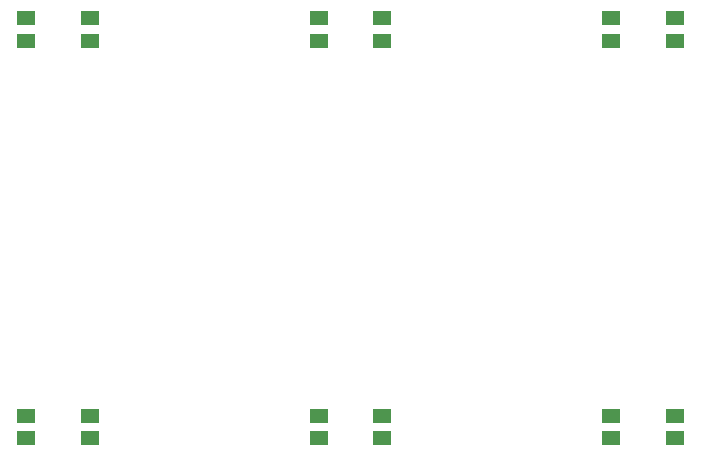
<source format=gbr>
%FSLAX34Y34*%
%MOMM*%
%LNSMDMASK_TOP*%
G71*
G01*
%ADD10R, 1.600X1.300*%
%LPD*%
X180950Y-85750D02*
G54D10*
D03*
X180950Y-104750D02*
G54D10*
D03*
X234925Y-85750D02*
G54D10*
D03*
X234925Y-104750D02*
G54D10*
D03*
X428600Y-85750D02*
G54D10*
D03*
X428600Y-104750D02*
G54D10*
D03*
X482575Y-85750D02*
G54D10*
D03*
X482575Y-104750D02*
G54D10*
D03*
X676250Y-85750D02*
G54D10*
D03*
X676250Y-104750D02*
G54D10*
D03*
X730225Y-85750D02*
G54D10*
D03*
X730225Y-104750D02*
G54D10*
D03*
X180950Y-422300D02*
G54D10*
D03*
X180950Y-441300D02*
G54D10*
D03*
X234925Y-422300D02*
G54D10*
D03*
X234925Y-441300D02*
G54D10*
D03*
X428600Y-422300D02*
G54D10*
D03*
X428600Y-441300D02*
G54D10*
D03*
X482575Y-422300D02*
G54D10*
D03*
X482575Y-441300D02*
G54D10*
D03*
X676250Y-422300D02*
G54D10*
D03*
X676250Y-441300D02*
G54D10*
D03*
X730225Y-422300D02*
G54D10*
D03*
X730225Y-441300D02*
G54D10*
D03*
M02*

</source>
